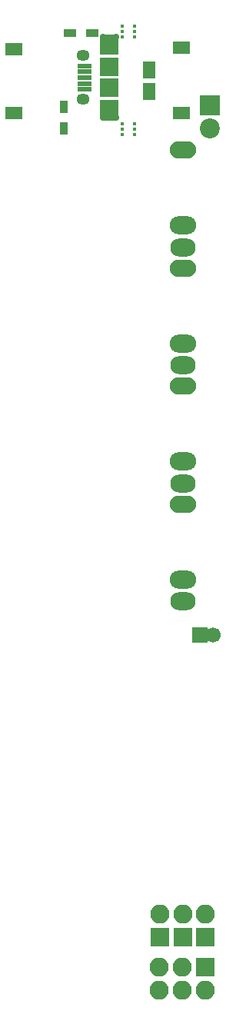
<source format=gbr>
G04 #@! TF.FileFunction,Soldermask,Bot*
%FSLAX46Y46*%
G04 Gerber Fmt 4.6, Leading zero omitted, Abs format (unit mm)*
G04 Created by KiCad (PCBNEW 4.0.6) date 2018 April 17, Tuesday 13:37:15*
%MOMM*%
%LPD*%
G01*
G04 APERTURE LIST*
%ADD10C,0.100000*%
%ADD11C,0.402000*%
%ADD12R,1.700000X1.700000*%
%ADD13C,1.700000*%
%ADD14R,2.200000X2.200000*%
%ADD15C,2.200000*%
%ADD16O,2.100000X1.724000*%
%ADD17R,2.100000X2.000000*%
%ADD18C,0.700000*%
%ADD19R,2.100000X2.050000*%
%ADD20R,1.600000X0.450000*%
%ADD21R,1.600000X0.600000*%
%ADD22O,1.450000X1.250000*%
%ADD23R,1.400000X0.950000*%
%ADD24R,0.950000X1.400000*%
%ADD25O,2.900000X1.900000*%
%ADD26O,2.900000X2.000000*%
%ADD27O,2.800000X2.000000*%
%ADD28R,2.100000X2.100000*%
%ADD29O,2.100000X2.100000*%
%ADD30R,1.900000X1.400000*%
%ADD31R,1.400000X1.900000*%
G04 APERTURE END LIST*
D10*
D11*
X-300000Y-12400000D03*
X-300000Y-11800000D03*
X-300000Y-11200000D03*
X-1700000Y-11200000D03*
X-1700000Y-11800000D03*
X-1700000Y-12400000D03*
D12*
X6850000Y-67500000D03*
D13*
X8350000Y-67500000D03*
D14*
X8000000Y-9200000D03*
D15*
X8000000Y-11740000D03*
D16*
X-3100000Y-2500000D03*
D17*
X-3100000Y-4950000D03*
X-3100000Y-7250000D03*
D16*
X-3100000Y-9700000D03*
D18*
X-3800000Y-1650000D03*
X-2400000Y-1650000D03*
X-3800000Y-10550000D03*
X-2400000Y-10550000D03*
D19*
X-3100000Y-2575000D03*
X-3100000Y-9625000D03*
D20*
X-3100000Y-1525000D03*
X-3100000Y-10675000D03*
D21*
X-5800000Y-4800000D03*
X-5800000Y-5450000D03*
X-5800000Y-6100000D03*
X-5800000Y-6750000D03*
X-5800000Y-7400000D03*
D22*
X-6000000Y-3675000D03*
X-6000000Y-8525000D03*
D23*
X-7400000Y-1200000D03*
X-5000000Y-1200000D03*
D24*
X-8100000Y-9300000D03*
X-8100000Y-11700000D03*
D25*
X5000000Y-14080000D03*
D26*
X5000000Y-22380000D03*
D27*
X5000000Y-24800000D03*
D25*
X5000000Y-27080000D03*
D26*
X5000000Y-35380000D03*
D27*
X5000000Y-37800000D03*
D25*
X5000000Y-40080000D03*
D26*
X5000000Y-48380000D03*
D27*
X5000000Y-50800000D03*
D25*
X5000000Y-53080000D03*
D26*
X5000000Y-61380000D03*
D27*
X5000000Y-63800000D03*
D28*
X7480000Y-104060000D03*
D29*
X7480000Y-106600000D03*
X4940000Y-104060000D03*
X4940000Y-106600000D03*
X2400000Y-104060000D03*
X2400000Y-106600000D03*
D28*
X7500000Y-100750000D03*
D29*
X7500000Y-98210000D03*
D28*
X5000000Y-100750000D03*
D29*
X5000000Y-98210000D03*
D28*
X2500000Y-100750000D03*
D29*
X2500000Y-98210000D03*
D30*
X-13600000Y-10000000D03*
X-13600000Y-3000000D03*
X4800000Y-10000000D03*
X4800000Y-2800000D03*
D31*
X1300000Y-5300000D03*
X1300000Y-7600000D03*
D11*
X-300000Y-1600000D03*
X-300000Y-1000000D03*
X-300000Y-400000D03*
X-1700000Y-400000D03*
X-1700000Y-1000000D03*
X-1700000Y-1600000D03*
M02*

</source>
